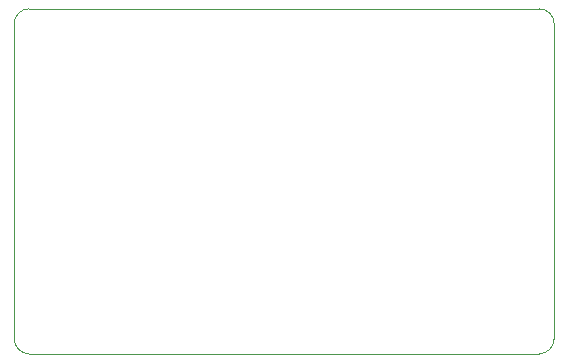
<source format=gbr>
%TF.GenerationSoftware,KiCad,Pcbnew,(6.0.5)*%
%TF.CreationDate,2022-06-14T19:42:58+01:00*%
%TF.ProjectId,PiKVM,50694b56-4d2e-46b6-9963-61645f706362,rev?*%
%TF.SameCoordinates,Original*%
%TF.FileFunction,Profile,NP*%
%FSLAX46Y46*%
G04 Gerber Fmt 4.6, Leading zero omitted, Abs format (unit mm)*
G04 Created by KiCad (PCBNEW (6.0.5)) date 2022-06-14 19:42:58*
%MOMM*%
%LPD*%
G01*
G04 APERTURE LIST*
%TA.AperFunction,Profile*%
%ADD10C,0.100000*%
%TD*%
G04 APERTURE END LIST*
D10*
X73660000Y-26670000D02*
G75*
G03*
X72390000Y-25400000I-1270000J0D01*
G01*
X72390000Y-25400000D02*
X29210000Y-25400000D01*
X72390000Y-54610000D02*
G75*
G03*
X73660000Y-53340000I0J1270000D01*
G01*
X27940000Y-53340000D02*
G75*
G03*
X29210000Y-54610000I1270000J0D01*
G01*
X29210000Y-54610000D02*
X72390000Y-54610000D01*
X29210000Y-25400000D02*
G75*
G03*
X27940000Y-26670000I0J-1270000D01*
G01*
X73660000Y-53340000D02*
X73660000Y-26670000D01*
X27940000Y-26670000D02*
X27940000Y-53340000D01*
M02*

</source>
